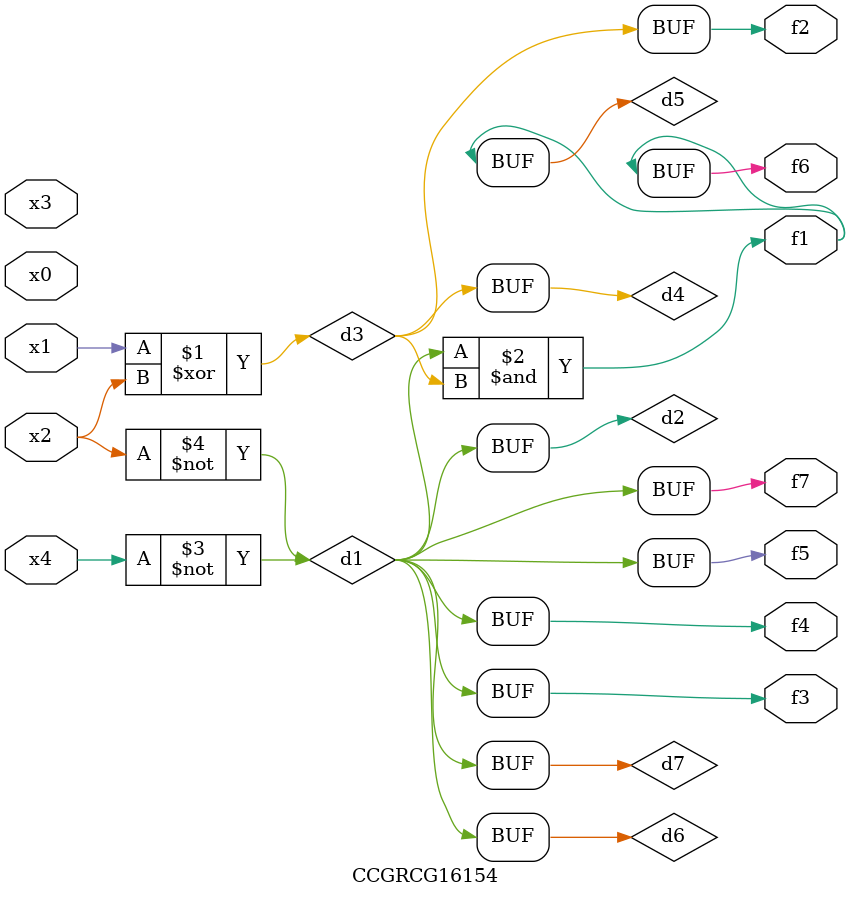
<source format=v>
module CCGRCG16154(
	input x0, x1, x2, x3, x4,
	output f1, f2, f3, f4, f5, f6, f7
);

	wire d1, d2, d3, d4, d5, d6, d7;

	not (d1, x4);
	not (d2, x2);
	xor (d3, x1, x2);
	buf (d4, d3);
	and (d5, d1, d3);
	buf (d6, d1, d2);
	buf (d7, d2);
	assign f1 = d5;
	assign f2 = d4;
	assign f3 = d7;
	assign f4 = d7;
	assign f5 = d7;
	assign f6 = d5;
	assign f7 = d7;
endmodule

</source>
